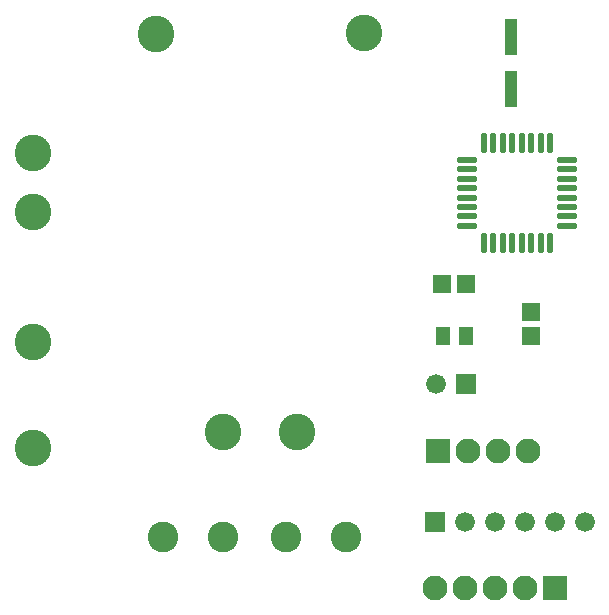
<source format=gts>
G04 Layer: TopSolderMaskLayer*
G04 EasyEDA v6.5.46, 2024-09-20 08:35:55*
G04 a7edf335d4994be98b658af7e20cc970,64d3660010d149859882a44b8c89f403,10*
G04 Gerber Generator version 0.2*
G04 Scale: 100 percent, Rotated: No, Reflected: No *
G04 Dimensions in millimeters *
G04 leading zeros omitted , absolute positions ,4 integer and 5 decimal *
%FSLAX45Y45*%
%MOMM*%

%AMMACRO1*4,1,8,-0.8085,-0.8382,-0.8382,-0.8084,-0.8382,0.8085,-0.8085,0.8382,0.8084,0.8382,0.8382,0.8085,0.8382,-0.8084,0.8084,-0.8382,-0.8085,-0.8382,0*%
%AMMACRO2*4,1,8,-0.7261,-0.7258,-0.7558,-0.696,-0.7558,0.6961,-0.7261,0.7258,0.726,0.7258,0.7558,0.6961,0.7558,-0.696,0.726,-0.7258,-0.7261,-0.7258,0*%
%AMMACRO3*4,1,8,-0.5111,-1.5508,-0.5408,-1.521,-0.5408,1.5211,-0.5111,1.5508,0.511,1.5508,0.5408,1.5211,0.5408,-1.521,0.511,-1.5508,-0.5111,-1.5508,0*%
%AMMACRO4*4,1,8,-0.5873,-0.7393,-0.6171,-0.7095,-0.6171,0.7095,-0.5873,0.7393,0.5873,0.7393,0.6171,0.7095,0.6171,-0.7095,0.5873,-0.7393,-0.5873,-0.7393,0*%
%AMMACRO5*4,1,8,-0.6961,-0.7558,-0.7258,-0.726,-0.7258,0.7261,-0.6961,0.7558,0.696,0.7558,0.7258,0.7261,0.7258,-0.726,0.696,-0.7558,-0.6961,-0.7558,0*%
%AMMACRO6*4,1,8,-1.0211,-1.0508,-1.0508,-1.021,-1.0508,1.0211,-1.0211,1.0508,1.021,1.0508,1.0508,1.0211,1.0508,-1.021,1.021,-1.0508,-1.0211,-1.0508,0*%
%ADD10MACRO1*%
%ADD11C,1.6764*%
%ADD12C,2.6016*%
%ADD13O,1.7855946000000003X0.5496052*%
%ADD14O,0.5496052X1.7855946000000003*%
%ADD15C,3.1016*%
%ADD16MACRO2*%
%ADD17MACRO3*%
%ADD18MACRO4*%
%ADD19MACRO5*%
%ADD20MACRO6*%
%ADD21C,2.1016*%

%LPD*%
D10*
G01*
X-228600Y-1193797D03*
D11*
G01*
X-482600Y-1193800D03*
G01*
X774700Y-2362200D03*
G01*
X520700Y-2362200D03*
G01*
X266700Y-2362200D03*
G01*
X12700Y-2362200D03*
G01*
X-241300Y-2362200D03*
D10*
G01*
X-495300Y-2362194D03*
D12*
G01*
X-2286000Y-2489200D03*
G01*
X-2794000Y-2489200D03*
G01*
X-1244600Y-2489200D03*
G01*
X-1752600Y-2489200D03*
D13*
G01*
X624204Y144195D03*
G01*
X624204Y224205D03*
G01*
X624204Y304215D03*
G01*
X624204Y384200D03*
G01*
X624204Y464210D03*
G01*
X624204Y544195D03*
G01*
X624204Y624204D03*
G01*
X624204Y704214D03*
D14*
G01*
X480009Y848410D03*
G01*
X399999Y848410D03*
G01*
X319989Y848410D03*
G01*
X240004Y848410D03*
G01*
X159994Y848410D03*
G01*
X80009Y848410D03*
G01*
X0Y848410D03*
G01*
X-80010Y848410D03*
D13*
G01*
X-224205Y704214D03*
G01*
X-224205Y624204D03*
G01*
X-224205Y544195D03*
G01*
X-224205Y464210D03*
G01*
X-224205Y384200D03*
G01*
X-224205Y304215D03*
G01*
X-224205Y224205D03*
G01*
X-224205Y144195D03*
D14*
G01*
X-80010Y0D03*
G01*
X0Y0D03*
G01*
X80009Y0D03*
G01*
X159994Y0D03*
G01*
X240004Y0D03*
G01*
X319989Y0D03*
G01*
X399999Y0D03*
G01*
X480009Y0D03*
D15*
G01*
X-3898900Y-1739900D03*
G01*
X-3898900Y-839978D03*
G01*
X-3898900Y260096D03*
G01*
X-3898900Y760221D03*
G01*
X-2286000Y-1600200D03*
G01*
X-1663700Y-1600200D03*
G01*
X-2857500Y1765300D03*
G01*
X-1092200Y1778000D03*
D16*
G01*
X-433412Y-349483D03*
G01*
X-233408Y-349483D03*
D17*
G01*
X152401Y1743994D03*
G01*
X152401Y1303997D03*
D18*
G01*
X-430204Y-787397D03*
G01*
X-230195Y-787397D03*
D19*
G01*
X317500Y-785799D03*
G01*
X317500Y-585795D03*
D20*
G01*
X-469900Y-1765297D03*
D21*
G01*
X-215900Y-1765300D03*
G01*
X38100Y-1765300D03*
G01*
X292100Y-1765300D03*
G01*
X-495300Y-2921000D03*
G01*
X-241300Y-2921000D03*
G01*
X12700Y-2921000D03*
G01*
X266700Y-2921000D03*
D20*
G01*
X520699Y-2920994D03*
M02*

</source>
